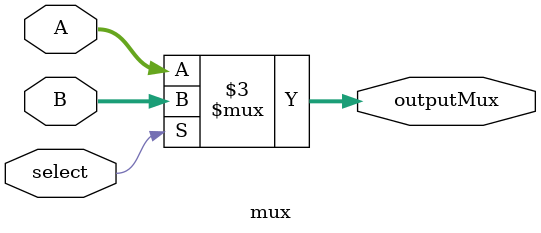
<source format=v>
module mux(select, A, B, outputMux);
	input select;
	input [31:0] A; //Sai A, quando select = 0;
	input [31:0] B; //Sai B, quando select = 1;
	
	output reg [31:0] outputMux;
	
	always@(*)
	begin
		if (select) outputMux <= B;
		else outputMux <= A;
	end
	
endmodule
</source>
